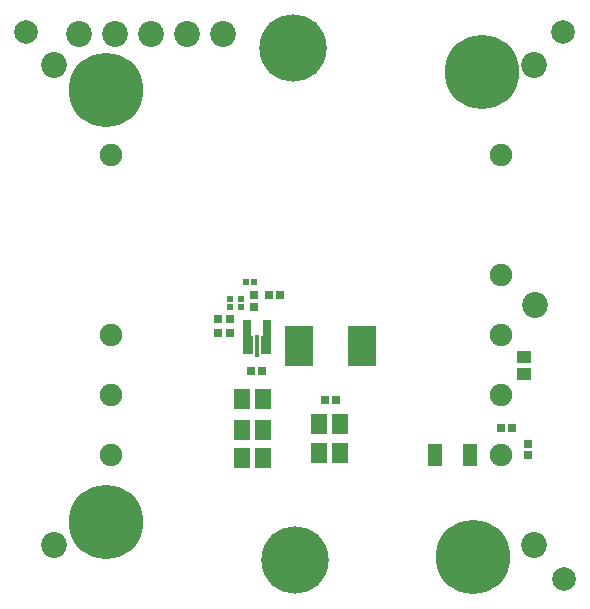
<source format=gbs>
G04*
G04 #@! TF.GenerationSoftware,Altium Limited,Altium Designer,21.6.4 (81)*
G04*
G04 Layer_Color=16711935*
%FSLAX25Y25*%
%MOIN*%
G70*
G04*
G04 #@! TF.SameCoordinates,4529F259-1C2A-4C1D-AD44-B5440C422FEC*
G04*
G04*
G04 #@! TF.FilePolarity,Negative*
G04*
G01*
G75*
%ADD10C,0.07874*%
%ADD11C,0.08622*%
%ADD12C,0.22441*%
%ADD13C,0.06543*%
%ADD14C,0.06394*%
%ADD15C,0.00394*%
%ADD16C,0.07480*%
%ADD45R,0.02756X0.05523*%
%ADD46R,0.02756X0.05512*%
%ADD47R,0.04528X0.07284*%
%ADD48R,0.04528X0.03937*%
%ADD49R,0.02638X0.02835*%
%ADD50R,0.02047X0.02126*%
%ADD51C,0.24803*%
%ADD52R,0.09449X0.13386*%
%ADD53R,0.03543X0.06102*%
%ADD54R,0.02756X0.01575*%
%ADD55R,0.01575X0.07185*%
%ADD56R,0.05512X0.06890*%
%ADD57R,0.02756X0.02835*%
%ADD58R,0.02205X0.02047*%
%ADD59R,0.02047X0.02205*%
%ADD60R,0.02835X0.02756*%
%ADD61R,0.02835X0.02638*%
G54D10*
X-9390Y171319D02*
D03*
X169744D02*
D03*
X170039Y-11063D02*
D03*
G54D11*
X160000Y0D02*
D03*
Y160000D02*
D03*
X0D02*
D03*
Y0D02*
D03*
X56181Y170591D02*
D03*
X160158Y80079D02*
D03*
X8181Y170591D02*
D03*
X20181D02*
D03*
X32181D02*
D03*
X44181D02*
D03*
G54D12*
X79685Y165905D02*
D03*
X80472Y-4961D02*
D03*
G54D13*
X149016Y130079D02*
D03*
Y90079D02*
D03*
Y70079D02*
D03*
Y50079D02*
D03*
Y30079D02*
D03*
G54D14*
X19016Y130079D02*
D03*
Y70079D02*
D03*
Y30079D02*
D03*
Y50079D02*
D03*
G54D15*
X17323Y151969D02*
D03*
Y7874D02*
D03*
X139764Y-3937D02*
D03*
X142520Y157874D02*
D03*
G54D16*
X19016Y50079D02*
D03*
X149016Y30079D02*
D03*
Y50079D02*
D03*
Y70079D02*
D03*
X19016Y30079D02*
D03*
Y70079D02*
D03*
X149016Y90079D02*
D03*
X19016Y130079D02*
D03*
X149016D02*
D03*
G54D45*
X64232Y72593D02*
D03*
G54D46*
X70925Y72598D02*
D03*
G54D47*
X138740Y30079D02*
D03*
X126929D02*
D03*
G54D48*
X156653Y62854D02*
D03*
Y57146D02*
D03*
G54D49*
X54744Y75453D02*
D03*
X58524D02*
D03*
Y70925D02*
D03*
X54744D02*
D03*
G54D50*
X62461Y82264D02*
D03*
Y79587D02*
D03*
G54D51*
X17323Y151969D02*
D03*
Y7874D02*
D03*
X139764Y-3937D02*
D03*
X142520Y157874D02*
D03*
G54D52*
X81752Y66348D02*
D03*
X102618D02*
D03*
G54D53*
X64626Y66890D02*
D03*
X70531D02*
D03*
G54D54*
X64232Y71024D02*
D03*
Y72795D02*
D03*
Y74567D02*
D03*
X70925Y71024D02*
D03*
Y72795D02*
D03*
Y74567D02*
D03*
G54D55*
X67579Y66348D02*
D03*
G54D56*
X62657Y38543D02*
D03*
X69744D02*
D03*
X88248Y30669D02*
D03*
X95335D02*
D03*
X62657Y48779D02*
D03*
X69744D02*
D03*
Y29094D02*
D03*
X62657D02*
D03*
X88248Y40512D02*
D03*
X95335D02*
D03*
G54D57*
X149016Y39134D02*
D03*
X152638D02*
D03*
X93996Y48386D02*
D03*
X90374D02*
D03*
X69193Y58228D02*
D03*
X65571D02*
D03*
X71732Y83366D02*
D03*
X75354D02*
D03*
G54D58*
X66752Y87756D02*
D03*
X64153D02*
D03*
G54D59*
X58524Y79587D02*
D03*
Y82185D02*
D03*
G54D60*
X157835Y33701D02*
D03*
Y30079D02*
D03*
G54D61*
X66752Y79587D02*
D03*
Y83366D02*
D03*
M02*

</source>
